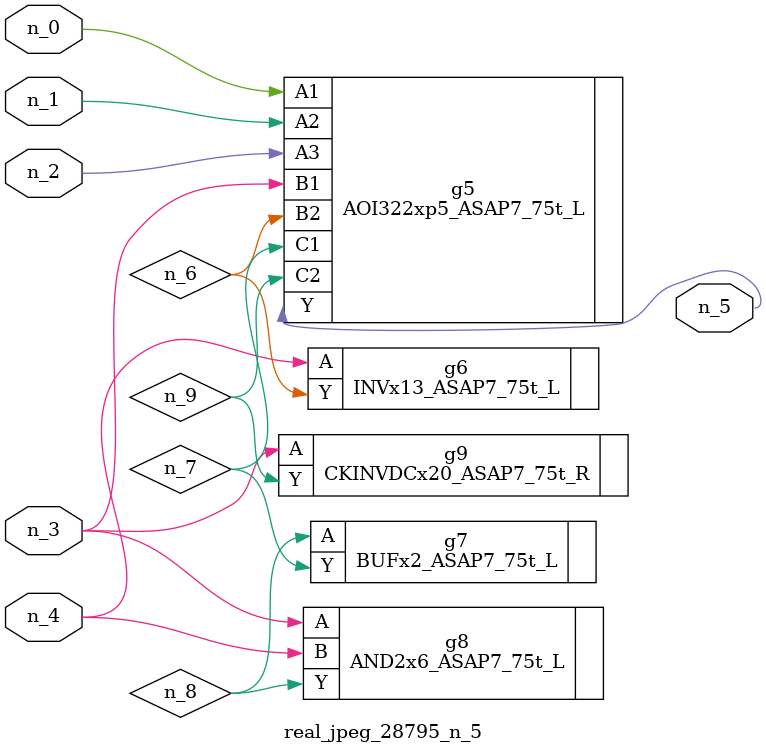
<source format=v>
module real_jpeg_28795_n_5 (n_4, n_0, n_1, n_2, n_3, n_5);

input n_4;
input n_0;
input n_1;
input n_2;
input n_3;

output n_5;

wire n_8;
wire n_6;
wire n_7;
wire n_9;

AOI322xp5_ASAP7_75t_L g5 ( 
.A1(n_0),
.A2(n_1),
.A3(n_2),
.B1(n_3),
.B2(n_6),
.C1(n_7),
.C2(n_9),
.Y(n_5)
);

AND2x6_ASAP7_75t_L g8 ( 
.A(n_3),
.B(n_4),
.Y(n_8)
);

CKINVDCx20_ASAP7_75t_R g9 ( 
.A(n_3),
.Y(n_9)
);

INVx13_ASAP7_75t_L g6 ( 
.A(n_4),
.Y(n_6)
);

BUFx2_ASAP7_75t_L g7 ( 
.A(n_8),
.Y(n_7)
);


endmodule
</source>
